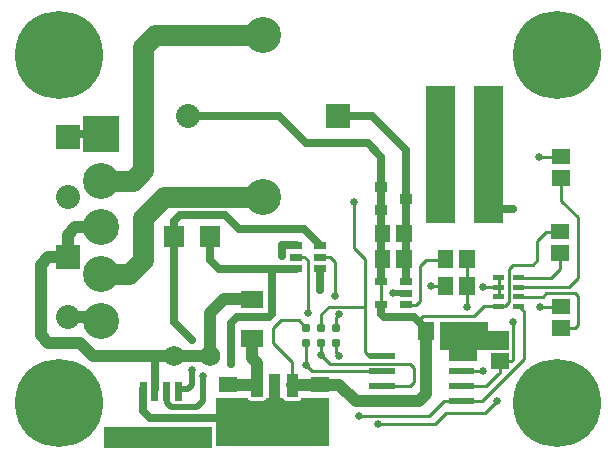
<source format=gbr>
G04 start of page 2 for group 0 idx 0 *
G04 Title: (unknown), top *
G04 Creator: pcb 4.0.2 *
G04 CreationDate: Mon Nov 22 04:11:08 2021 UTC *
G04 For: ndholmes *
G04 Format: Gerber/RS-274X *
G04 PCB-Dimensions (mil): 2000.00 1500.00 *
G04 PCB-Coordinate-Origin: lower left *
%MOIN*%
%FSLAX25Y25*%
%LNTOP*%
%ADD28C,0.0380*%
%ADD27C,0.0600*%
%ADD26C,0.0390*%
%ADD25C,0.1285*%
%ADD24C,0.0480*%
%ADD23C,0.0120*%
%ADD22C,0.0260*%
%ADD21C,0.0310*%
%ADD20C,0.0680*%
%ADD19C,0.0800*%
%ADD18C,0.1200*%
%ADD17C,0.2937*%
%ADD16C,0.0200*%
%ADD15C,0.0400*%
%ADD14C,0.0100*%
%ADD13C,0.0250*%
%ADD12C,0.0700*%
%ADD11C,0.0001*%
G54D11*G36*
X69500Y18500D02*X80079D01*
X80131Y18374D01*
X80230Y18213D01*
X80353Y18070D01*
X80496Y17947D01*
X80658Y17848D01*
X80832Y17776D01*
X81016Y17732D01*
X81204Y17721D01*
X85172Y17732D01*
X85356Y17776D01*
X85530Y17848D01*
X85692Y17947D01*
X85835Y18070D01*
X85958Y18213D01*
X86057Y18374D01*
X86109Y18500D01*
X91891D01*
X91943Y18374D01*
X92042Y18213D01*
X92165Y18070D01*
X92308Y17947D01*
X92470Y17848D01*
X92644Y17776D01*
X92828Y17732D01*
X93016Y17721D01*
X96984Y17732D01*
X97168Y17776D01*
X97342Y17848D01*
X97504Y17947D01*
X97647Y18070D01*
X97770Y18213D01*
X97869Y18374D01*
X97921Y18500D01*
X107000D01*
Y2500D01*
X69500D01*
Y18500D01*
G37*
G36*
X32000Y9000D02*X68000D01*
Y2000D01*
X32000D01*
Y9000D01*
G37*
G36*
X155500Y41000D02*X167000D01*
Y34513D01*
X166952Y34516D01*
X160891Y34507D01*
X160863Y34500D01*
X155500D01*
Y41000D01*
G37*
G36*
X156500Y31000D02*X147000D01*
Y37000D01*
X156500D01*
Y31000D01*
G37*
G36*
X144000Y44000D02*X160000D01*
Y34500D01*
X144000D01*
Y44000D01*
G37*
G36*
X148500Y43000D02*X160000D01*
Y36500D01*
X148500D01*
Y43000D01*
G37*
G36*
X165000Y77000D02*X155500D01*
Y122500D01*
X165000D01*
Y77000D01*
G37*
G36*
X149000D02*X139500D01*
Y122500D01*
X149000D01*
Y77000D01*
G37*
G54D12*X45000Y94500D02*Y135500D01*
X49000Y139500D01*
X85000D01*
X52000Y85500D02*X85000D01*
G54D13*X58000Y79500D02*X72500D01*
X60000Y112500D02*X90500D01*
X99500Y103500D01*
X58500Y79500D02*X57500D01*
X104000Y54500D02*Y61500D01*
G54D14*X109000Y64000D02*Y52500D01*
X107400Y65600D02*X109000Y64000D01*
X104200Y65600D02*X107400D01*
G54D13*X98700Y75000D02*X104200Y69500D01*
X94000Y75000D02*X98700D01*
X96000Y69500D02*X91500D01*
Y66000D02*Y69500D01*
G54D14*X96000Y65600D02*X98900D01*
X100000Y64500D02*Y52500D01*
G54D13*X88200Y61700D02*Y46700D01*
X87000Y45500D01*
G54D14*X98900Y65600D02*X100000Y64500D01*
G54D13*X31000Y106700D02*X21200D01*
G54D12*X31000Y91100D02*X41600D01*
X45000Y94500D01*
Y78500D02*X52000Y85500D01*
G54D13*X57500Y79500D02*X55500Y77500D01*
Y44500D01*
G54D12*X31000Y59900D02*X40400D01*
X45000Y64500D02*Y78500D01*
G54D15*X31000Y75500D02*X22500D01*
X20000Y73000D01*
Y65500D01*
X13500D02*X20000D01*
Y45500D02*X29800D01*
G54D13*X96000Y61700D02*X87800D01*
X89300D02*X70300D01*
X67500Y64500D01*
Y72500D01*
X72500Y79500D02*X77000Y75000D01*
X95000D01*
G54D15*X83094Y22858D02*Y30406D01*
X81500Y32000D01*
X73500Y23043D02*X83051D01*
X83094Y23000D01*
X81500Y32000D02*Y38500D01*
G54D13*X87000Y45500D02*X76500D01*
X74500Y43500D01*
G54D15*X67500Y47000D02*X72000Y51500D01*
X81500D01*
G54D13*X74500Y43500D02*Y30000D01*
G54D12*X40400Y59900D02*X45000Y64500D01*
G54D13*X49031Y21500D02*Y32469D01*
X49000Y32500D01*
X45094Y21500D02*Y14406D01*
X47500Y12000D01*
G54D15*X67500Y32500D02*X28500D01*
G54D13*X55500Y46500D02*Y44000D01*
X61500Y38000D01*
G54D15*X29800Y45500D02*X31000Y44300D01*
X11000Y39500D02*Y63000D01*
X13500Y65500D01*
X28500Y32500D02*X24000Y37000D01*
X13500D01*
X11000Y39500D01*
G54D16*X65000Y17500D02*Y26000D01*
G54D13*X47500Y12000D02*X72000D01*
G54D16*X52969Y21500D02*Y17031D01*
X54500Y15500D01*
X63000D01*
G54D15*X67500Y32500D02*Y47000D01*
G54D16*X61500Y23000D02*Y28000D01*
X56906Y21500D02*X60000D01*
X61500Y23000D01*
X63000Y15500D02*X65000Y17500D01*
G54D14*X141000Y56000D02*X144500D01*
X158500Y55500D02*X163652D01*
G54D16*X128500Y53500D02*X133000D01*
G54D14*X153000Y55957D02*X153043Y56000D01*
X141500D02*X145957D01*
X163652Y52425D02*Y58724D01*
X167000Y50500D02*Y60000D01*
X172000Y47500D02*Y31500D01*
X170500Y49000D02*X172000Y47500D01*
X170500Y49276D02*Y49000D01*
X168500Y44000D02*Y31500D01*
X165776Y49276D02*X167000Y50500D01*
X163500Y49276D02*X165776D01*
X163652D02*X158776D01*
X153000Y49000D02*Y55957D01*
X158776Y49276D02*X157500Y48000D01*
X155500Y46000D02*X158500Y49000D01*
X138500Y46000D02*X155500D01*
X175000Y63000D02*X176500Y64500D01*
X172776Y58724D02*X181224D01*
X168500Y63000D02*X175000D01*
X167000Y61500D02*X168500Y63000D01*
X167000Y58500D02*Y61500D01*
X170348Y58724D02*X174724D01*
X153043Y56000D02*Y64500D01*
X145500D02*X141500D01*
X184500Y84457D02*X186978Y81978D01*
X184500Y91957D02*Y84457D01*
X190000Y78957D02*X184500Y84457D01*
X190000Y58500D02*Y78957D01*
X187075Y55575D02*X190000Y58500D01*
X176500Y71000D02*X177250Y71750D01*
X176500Y64500D02*Y71000D01*
X179543Y74043D02*X176500Y71000D01*
X184000Y74043D02*X179543D01*
G54D13*X168500Y81500D02*X161500D01*
G54D14*X177000Y99000D02*X184457D01*
X184500Y99043D01*
X184457Y49000D02*X184500Y49043D01*
X184000Y61500D02*Y66957D01*
X181224Y58724D02*X184000Y61500D01*
X177500Y49000D02*X184457D01*
X184543Y42000D02*X184500Y41957D01*
X189000Y42000D02*X184543D01*
X190000Y43000D02*X189000Y42000D01*
X190000Y52500D02*Y43000D01*
X189000Y53500D02*X190000Y52500D01*
X170348Y55575D02*X187075D01*
X179500Y53500D02*X189000D01*
X178425Y52425D02*X179500Y53500D01*
X175000Y52425D02*X178425D01*
X170348D02*X175575D01*
X142500Y10000D02*X146000Y13500D01*
X140500Y12500D02*X145500Y17500D01*
G54D15*X139500Y20000D02*Y41500D01*
X137000Y17500D02*X139500Y20000D01*
G54D14*X134000Y30000D02*X127500D01*
X172000Y31500D02*X169500Y29000D01*
X168000Y31000D02*X164500D01*
X168500Y31500D02*X168000Y31000D01*
X159000Y13500D02*X163000Y17500D01*
X146000Y13500D02*X159000D01*
X145500Y17500D02*X158000D01*
X166000Y25500D01*
X164000Y27000D02*X162500Y25500D01*
X164000Y30957D02*Y27000D01*
X159500Y22500D02*X163500Y26500D01*
X151250Y22500D02*X159500D01*
X151250Y27500D02*X158500D01*
X170348Y29848D02*X165500Y25000D01*
X123500Y10000D02*X142500D01*
X117000Y12500D02*X140500D01*
X135500Y28500D02*X134000Y30000D01*
X135500Y24000D02*Y28500D01*
X134000Y22500D02*X135500Y24000D01*
X130000Y22500D02*X134000D01*
G54D15*X124000Y17500D02*X137000D01*
X124750D02*X116000D01*
G54D14*X124750Y22500D02*X130500D01*
X111500Y27500D02*X124750D01*
X109500Y33500D02*X110500Y32500D01*
X124750D02*X120500D01*
X124500Y57500D02*Y49700D01*
G54D13*Y46500D01*
G54D14*X136750Y44250D02*X138500Y46000D01*
X136200Y49700D02*X137500Y51000D01*
X132700Y49700D02*X136200D01*
G54D13*X135500Y45500D02*X139500Y41500D01*
X125500Y45500D02*X135500D01*
X124500Y46500D02*X125500Y45500D01*
G54D14*X120500Y32500D02*X119000Y34000D01*
X139500Y64500D02*X143500D01*
X137500Y62500D02*X139500Y64500D01*
X137500Y51000D02*Y62500D01*
G54D13*X129500Y104500D02*X132000Y102000D01*
X132700Y101300D02*X129500Y104500D01*
X132700Y57500D02*Y101300D01*
X124500Y57500D02*Y99000D01*
G54D14*X119000Y65000D02*X115500Y68500D01*
Y84000D01*
G54D13*X99500Y103500D02*X120000D01*
X124500Y99000D01*
X121500Y112500D02*X130000Y104000D01*
X110000Y112500D02*X121500D01*
G54D14*X130500Y30000D02*X122000D01*
X107500D02*X104500Y33000D01*
X125500Y30000D02*X107500D01*
X104500Y37000D02*Y33000D01*
X99500Y37000D02*Y30000D01*
G54D15*X103188Y23000D02*X103094Y22906D01*
G54D14*X101500Y27500D02*X112000D01*
X99500Y29500D02*X101500Y27500D01*
X99500Y31000D02*Y29500D01*
G54D15*X103863Y22906D02*X104000Y23043D01*
G54D14*X94906Y22858D02*Y30594D01*
G54D15*X110500Y23000D02*X103188D01*
X116000Y17500D02*X110500Y23000D01*
X94906Y22906D02*X103863D01*
G54D14*X88500Y37000D02*X91750Y33750D01*
X94906Y30594D02*X91500Y34000D01*
X88500Y42000D02*Y37000D01*
X91000Y44500D02*X88500Y42000D01*
X97000Y44500D02*X91000D01*
X99500Y42000D02*X97000Y44500D01*
X109500Y37000D02*Y33500D01*
Y42000D02*Y45500D01*
X104500Y42000D02*Y46500D01*
X100000Y54000D02*Y47000D01*
X107000Y49000D02*X115500D01*
X109500Y45500D02*X110500Y46500D01*
X104500D02*X107000Y49000D01*
X114500D02*X119000D01*
Y34000D02*Y65000D01*
G54D11*G36*
X106000Y116500D02*Y108500D01*
X114000D01*
Y116500D01*
X106000D01*
G37*
G54D17*X183000Y133000D03*
G54D18*X85000Y139500D03*
G54D17*X183000Y17000D03*
G54D18*X31000Y75500D03*
Y59900D03*
Y44300D03*
G54D11*G36*
X25000Y112700D02*Y100700D01*
X37000D01*
Y112700D01*
X25000D01*
G37*
G54D18*X31000Y91100D03*
G54D11*G36*
X16000Y109500D02*Y101500D01*
X24000D01*
Y109500D01*
X16000D01*
G37*
G54D19*X20000Y85500D03*
G54D17*X17000Y133000D03*
G54D11*G36*
X16000Y69500D02*Y61500D01*
X24000D01*
Y69500D01*
X16000D01*
G37*
G54D19*X20000Y45500D03*
G54D17*X17000Y17000D03*
G54D20*X67500Y32500D03*
X55500D03*
G54D19*X60000Y112500D03*
G54D18*X85000Y85500D03*
G54D11*G36*
X64100Y75900D02*Y69100D01*
X70900D01*
Y75900D01*
X64100D01*
G37*
G36*
X52100D02*Y69100D01*
X58900D01*
Y75900D01*
X52100D01*
G37*
G36*
X181048Y69516D02*Y64398D01*
X186952D01*
Y69516D01*
X181048D01*
G37*
G36*
Y76602D02*Y71484D01*
X186952D01*
Y76602D01*
X181048D01*
G37*
G36*
X181548Y94516D02*Y89398D01*
X187452D01*
Y94516D01*
X181548D01*
G37*
G36*
Y101602D02*Y96484D01*
X187452D01*
Y101602D01*
X181548D01*
G37*
G36*
Y44516D02*Y39398D01*
X187452D01*
Y44516D01*
X181548D01*
G37*
G36*
Y51602D02*Y46484D01*
X187452D01*
Y51602D01*
X181548D01*
G37*
G36*
X168576Y50112D02*Y48440D01*
X172120D01*
Y50112D01*
X168576D01*
G37*
G36*
Y53262D02*Y51588D01*
X172120D01*
Y53262D01*
X168576D01*
G37*
G36*
Y56412D02*Y54738D01*
X172120D01*
Y56412D01*
X168576D01*
G37*
G36*
Y59560D02*Y57888D01*
X172120D01*
Y59560D01*
X168576D01*
G37*
G36*
X122500Y58700D02*Y56300D01*
X126500D01*
Y58700D01*
X122500D01*
G37*
G36*
Y50900D02*Y48500D01*
X126500D01*
Y50900D01*
X122500D01*
G37*
G36*
X130700D02*Y48500D01*
X134700D01*
Y50900D01*
X130700D01*
G37*
G36*
Y54800D02*Y52400D01*
X134700D01*
Y54800D01*
X130700D01*
G37*
G36*
Y58700D02*Y56300D01*
X134700D01*
Y58700D01*
X130700D01*
G37*
G36*
X127516Y76452D02*X122398D01*
Y70548D01*
X127516D01*
Y76452D01*
G37*
G36*
X122500Y90700D02*Y87300D01*
X126500D01*
Y90700D01*
X122500D01*
G37*
G36*
Y82900D02*Y79500D01*
X126500D01*
Y82900D01*
X122500D01*
G37*
G36*
X134602Y76452D02*X129484D01*
Y70548D01*
X134602D01*
Y76452D01*
G37*
G36*
X130700Y86800D02*Y83400D01*
X134700D01*
Y86800D01*
X130700D01*
G37*
G36*
X145850Y85700D02*X140350D01*
Y77400D01*
X145850D01*
Y85700D01*
G37*
G36*
Y121600D02*X140350D01*
Y113300D01*
X145850D01*
Y121600D01*
G37*
G36*
X134602Y67952D02*X129484D01*
Y62048D01*
X134602D01*
Y67952D01*
G37*
G36*
X127516D02*X122398D01*
Y62048D01*
X127516D01*
Y67952D01*
G37*
G36*
X142016Y43952D02*X136898D01*
Y38048D01*
X142016D01*
Y43952D01*
G37*
G36*
X120500Y33500D02*Y31500D01*
X129000D01*
Y33500D01*
X120500D01*
G37*
G36*
Y28500D02*Y26500D01*
X129000D01*
Y28500D01*
X120500D01*
G37*
G36*
Y23500D02*Y21500D01*
X129000D01*
Y23500D01*
X120500D01*
G37*
G36*
Y18500D02*Y16500D01*
X129000D01*
Y18500D01*
X120500D01*
G37*
G54D21*X109500Y37000D03*
G54D11*G36*
X147000Y18500D02*Y16500D01*
X155500D01*
Y18500D01*
X147000D01*
G37*
G36*
Y23500D02*Y21500D01*
X155500D01*
Y23500D01*
X147000D01*
G37*
G36*
Y28500D02*Y26500D01*
X155500D01*
Y28500D01*
X147000D01*
G37*
G36*
Y33500D02*Y31500D01*
X155500D01*
Y33500D01*
X147000D01*
G37*
G36*
X161048Y33516D02*Y28398D01*
X166952D01*
Y33516D01*
X161048D01*
G37*
G36*
Y40602D02*Y35484D01*
X166952D01*
Y40602D01*
X161048D01*
G37*
G36*
X148516Y67952D02*X143398D01*
Y62048D01*
X148516D01*
Y67952D01*
G37*
G36*
Y58952D02*X143398D01*
Y53048D01*
X148516D01*
Y58952D01*
G37*
G36*
X149102Y43952D02*X143984D01*
Y38048D01*
X149102D01*
Y43952D01*
G37*
G36*
X155602Y67952D02*X150484D01*
Y62048D01*
X155602D01*
Y67952D01*
G37*
G36*
Y58952D02*X150484D01*
Y53048D01*
X155602D01*
Y58952D01*
G37*
G36*
X161880Y59560D02*Y57888D01*
X165424D01*
Y59560D01*
X161880D01*
G37*
G36*
Y56412D02*Y54738D01*
X165424D01*
Y56412D01*
X161880D01*
G37*
G36*
Y53262D02*Y51588D01*
X165424D01*
Y53262D01*
X161880D01*
G37*
G36*
Y50112D02*Y48440D01*
X165424D01*
Y50112D01*
X161880D01*
G37*
G36*
X163650Y85700D02*X158150D01*
Y77400D01*
X163650D01*
Y85700D01*
G37*
G36*
Y121600D02*X158150D01*
Y113300D01*
X163650D01*
Y121600D01*
G37*
G54D21*X99500Y37000D03*
Y42000D03*
X104500Y37000D03*
Y42000D03*
X109500D03*
G54D11*G36*
X77750Y54250D02*Y48750D01*
X85250D01*
Y54250D01*
X77750D01*
G37*
G36*
Y41250D02*Y35750D01*
X85250D01*
Y41250D01*
X77750D01*
G37*
G36*
X94000Y70700D02*Y68300D01*
X98000D01*
Y70700D01*
X94000D01*
G37*
G36*
Y66800D02*Y64400D01*
X98000D01*
Y66800D01*
X94000D01*
G37*
G36*
Y62900D02*Y60500D01*
X98000D01*
Y62900D01*
X94000D01*
G37*
G36*
X102200D02*Y60500D01*
X106200D01*
Y62900D01*
X102200D01*
G37*
G36*
Y66800D02*Y64400D01*
X106200D01*
Y66800D01*
X102200D01*
G37*
G36*
Y70700D02*Y68300D01*
X106200D01*
Y70700D01*
X102200D01*
G37*
G36*
X101048Y25602D02*Y20484D01*
X106952D01*
Y25602D01*
X101048D01*
G37*
G36*
X96796Y26795D02*X93016D01*
Y18921D01*
X96796D01*
Y26795D01*
G37*
G36*
X101048Y18516D02*Y13398D01*
X106952D01*
Y18516D01*
X101048D01*
G37*
G36*
X70548Y25602D02*Y20484D01*
X76452D01*
Y25602D01*
X70548D01*
G37*
G36*
Y18516D02*Y13398D01*
X76452D01*
Y18516D01*
X70548D01*
G37*
G36*
X90890Y26795D02*X87110D01*
Y11205D01*
X90890D01*
Y26795D01*
G37*
G36*
X93725Y16086D02*X84275D01*
Y4746D01*
X93725D01*
Y16086D01*
G37*
G36*
X90885Y18926D02*X89465Y17506D01*
X92305Y14666D01*
X93725Y16086D01*
X90885Y18926D01*
G37*
G36*
X88535Y17506D02*X87115Y18926D01*
X84275Y16086D01*
X85695Y14666D01*
X88535Y17506D01*
G37*
G36*
X84984Y26795D02*X81204D01*
Y18921D01*
X84984D01*
Y26795D01*
G37*
G36*
X46299Y23807D02*X43937D01*
Y17705D01*
X46299D01*
Y23807D01*
G37*
G36*
X50236D02*X47874D01*
Y17705D01*
X50236D01*
Y23807D01*
G37*
G36*
X54173D02*X51811D01*
Y17705D01*
X54173D01*
Y23807D01*
G37*
G36*
X58110D02*X55748D01*
Y17705D01*
X58110D01*
Y23807D01*
G37*
G36*
X42362Y9043D02*X37638D01*
Y1957D01*
X42362D01*
Y9043D01*
G37*
G36*
X64409D02*X59685D01*
Y1957D01*
X64409D01*
Y9043D01*
G37*
G54D22*X155000Y39000D03*
X163000Y17500D03*
X123500Y10000D03*
X158000Y36500D03*
X152000D03*
X158500Y27500D03*
X177500Y49000D03*
X153000D03*
X168500Y44000D03*
X152000Y42000D03*
X158000D03*
X141000Y56000D03*
X168500Y81500D03*
X158500Y55500D03*
X141500Y109500D03*
Y89000D03*
X147000Y109500D03*
Y89000D03*
Y99500D03*
X177000Y99000D03*
X104000Y54500D03*
Y58000D03*
X128500Y53500D03*
X91500Y66000D03*
X110500Y32500D03*
Y46500D03*
X99500Y29500D03*
X109000Y52500D03*
X104500Y33000D03*
X100000Y47000D03*
X91500Y69500D03*
X115500Y84000D03*
X117000Y12500D03*
X97500Y15500D03*
X101000Y8500D03*
Y5000D03*
X97500Y12000D03*
Y8500D03*
Y5000D03*
X77000Y8500D03*
Y5000D03*
X80500Y15500D03*
X61500Y28000D03*
Y38000D03*
X74500Y30000D03*
X65000Y26000D03*
X80500Y12000D03*
Y8500D03*
Y5000D03*
G54D23*G54D24*G54D25*G54D20*G54D26*G54D25*G54D27*G54D24*G54D25*G54D24*G54D25*G54D28*G54D24*G54D20*G54D28*M02*

</source>
